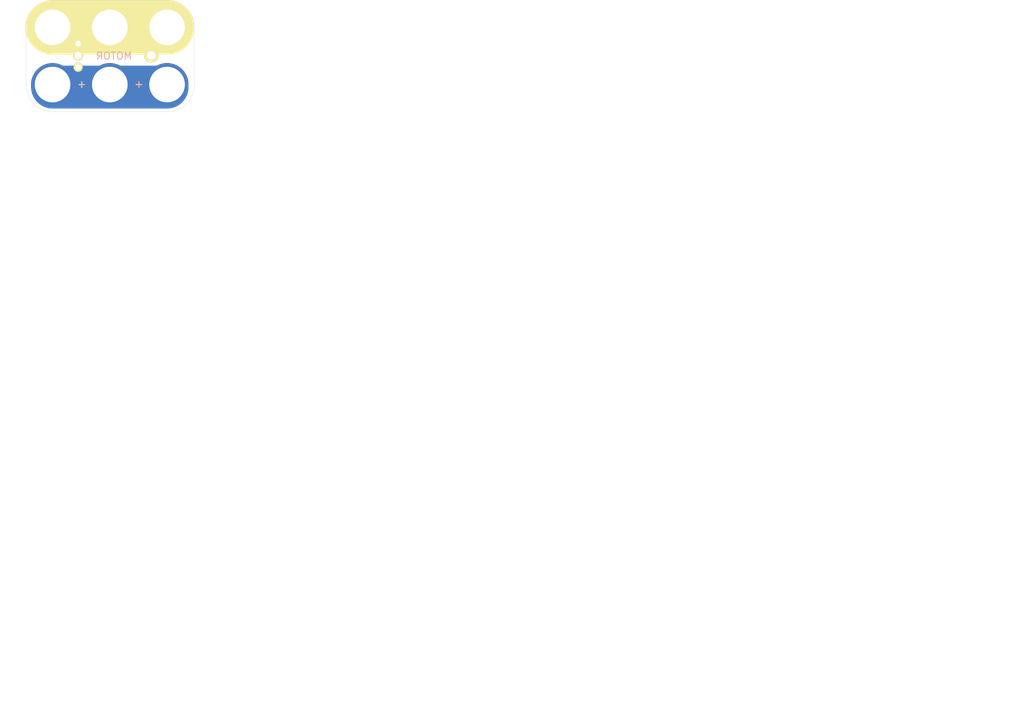
<source format=kicad_pcb>
(kicad_pcb (version 4) (host pcbnew 4.0.7-e2-6376~58~ubuntu16.04.1)

  (general
    (links 6)
    (no_connects 6)
    (area 2.5654 33.771363 145.410159 134.1882)
    (thickness 1.6)
    (drawings 1)
    (tracks 0)
    (zones 0)
    (modules 1)
    (nets 3)
  )

  (page USLetter)
  (title_block
    (title "2x3 Vibe Motor Module")
    (date "18 Jan 2017")
    (rev v1.2)
    (company "All rights reserved.")
    (comment 1 help@browndoggadgets.com)
    (comment 2 http://browndoggadgets.com/)
    (comment 3 "Brown Dog Gadgets")
  )

  (layers
    (0 F.Cu signal)
    (31 B.Cu signal)
    (34 B.Paste user)
    (35 F.Paste user)
    (36 B.SilkS user)
    (37 F.SilkS user)
    (38 B.Mask user)
    (39 F.Mask user)
    (40 Dwgs.User user)
    (44 Edge.Cuts user)
    (46 B.CrtYd user)
    (47 F.CrtYd user)
    (48 B.Fab user)
    (49 F.Fab user)
  )

  (setup
    (last_trace_width 0.254)
    (user_trace_width 0.1524)
    (user_trace_width 0.254)
    (user_trace_width 0.3302)
    (user_trace_width 0.508)
    (user_trace_width 0.762)
    (user_trace_width 1.27)
    (trace_clearance 0.254)
    (zone_clearance 0.508)
    (zone_45_only no)
    (trace_min 0.1524)
    (segment_width 0.1524)
    (edge_width 0.1524)
    (via_size 0.6858)
    (via_drill 0.3302)
    (via_min_size 0.6858)
    (via_min_drill 0.3302)
    (user_via 0.6858 0.3302)
    (user_via 0.762 0.4064)
    (user_via 0.8636 0.508)
    (uvia_size 0.6858)
    (uvia_drill 0.3302)
    (uvias_allowed no)
    (uvia_min_size 0)
    (uvia_min_drill 0)
    (pcb_text_width 0.1524)
    (pcb_text_size 1.016 1.016)
    (mod_edge_width 0.1524)
    (mod_text_size 1.016 1.016)
    (mod_text_width 0.1524)
    (pad_size 1.524 1.524)
    (pad_drill 0.762)
    (pad_to_mask_clearance 0.0762)
    (solder_mask_min_width 0.1016)
    (pad_to_paste_clearance -0.0762)
    (aux_axis_origin 0 0)
    (visible_elements FFFEDF7D)
    (pcbplotparams
      (layerselection 0x310fc_80000001)
      (usegerberextensions true)
      (excludeedgelayer true)
      (linewidth 0.100000)
      (plotframeref false)
      (viasonmask false)
      (mode 1)
      (useauxorigin false)
      (hpglpennumber 1)
      (hpglpenspeed 20)
      (hpglpendiameter 15)
      (hpglpenoverlay 2)
      (psnegative false)
      (psa4output false)
      (plotreference true)
      (plotvalue true)
      (plotinvisibletext false)
      (padsonsilk false)
      (subtractmaskfromsilk false)
      (outputformat 1)
      (mirror false)
      (drillshape 0)
      (scaleselection 1)
      (outputdirectory gerbers))
  )

  (net 0 "")
  (net 1 "Net-(M1-Pad1)")
  (net 2 "Net-(M1-Pad2)")

  (net_class Default "This is the default net class."
    (clearance 0.254)
    (trace_width 0.254)
    (via_dia 0.6858)
    (via_drill 0.3302)
    (uvia_dia 0.6858)
    (uvia_drill 0.3302)
    (add_net "Net-(M1-Pad1)")
    (add_net "Net-(M1-Pad2)")
  )

  (module Crazy_Circuits:VIBE-MOTOR-2x3 (layer F.Cu) (tedit 59D954F4) (tstamp 588070D7)
    (at 9.908 45.847)
    (path /58657A10)
    (fp_text reference M1 (at 8.575 -4.575 180) (layer F.SilkS) hide
      (effects (font (size 1 1) (thickness 0.15)))
    )
    (fp_text value MOTOR (at 8.575 -4) (layer B.SilkS)
      (effects (font (size 1 1) (thickness 0.15)) (justify mirror))
    )
    (fp_line (start 15 -5) (end 15 -7.5) (layer F.Fab) (width 0.1))
    (fp_line (start 17.5 -5) (end 15 -5) (layer F.Fab) (width 0.1))
    (fp_line (start 17.5 -2.5) (end 17.5 -5) (layer F.Fab) (width 0.1))
    (fp_line (start 15 -2.5) (end 17.5 -2.5) (layer F.Fab) (width 0.1))
    (fp_line (start 15 0) (end 15 -2.5) (layer F.Fab) (width 0.1))
    (fp_line (start 2.5 0) (end 15 0) (layer F.Fab) (width 0.1))
    (fp_line (start 2.5 -7.5) (end 2.5 0) (layer F.Fab) (width 0.1))
    (fp_line (start 15 -7.5) (end 2.5 -7.5) (layer F.Fab) (width 0.1))
    (fp_line (start 0 0.3556) (end 16 0.3556) (layer B.Cu) (width 6))
    (fp_line (start 0.0508 -8.508) (end 16.0508 -8.508) (layer B.Cu) (width 6))
    (fp_line (start 0 -8) (end 16 -8) (layer F.SilkS) (width 7.6))
    (fp_text user + (at 4 0 90) (layer B.SilkS)
      (effects (font (size 1 1) (thickness 0.15)) (justify mirror))
    )
    (fp_text user + (at 12 0 90) (layer F.SilkS)
      (effects (font (size 1 1) (thickness 0.15)))
    )
    (fp_text user + (at 4 0 90) (layer F.SilkS)
      (effects (font (size 1 1) (thickness 0.15)))
    )
    (fp_text user + (at 12 0 90) (layer B.SilkS)
      (effects (font (size 1 1) (thickness 0.15)) (justify mirror))
    )
    (fp_arc (start 0.106632 -8.00018) (end -3.693368 -7.90018) (angle 89.9) (layer Edge.Cuts) (width 0.04064))
    (fp_arc (start 0.111824 0) (end 0.411824 3.8) (angle 94.51398846) (layer Edge.Cuts) (width 0.04064))
    (fp_arc (start 16 0) (end 19.8 -0.1) (angle 91.50743576) (layer Edge.Cuts) (width 0.04064))
    (fp_arc (start 16 -8) (end 15.9 -11.8) (angle 91.50743576) (layer Edge.Cuts) (width 0.04064))
    (fp_line (start 19.8 -8) (end 19.8 0) (layer Edge.Cuts) (width 0.04064))
    (fp_line (start 16 -11.8) (end 0 -11.8) (layer Edge.Cuts) (width 0.04064))
    (fp_line (start 16 3.8) (end 0.3 3.8) (layer Edge.Cuts) (width 0.04064))
    (fp_line (start -3.7 -8) (end -3.7 0) (layer Edge.Cuts) (width 0.04064))
    (fp_arc (start 0.106632 -8.00018) (end -3.693368 -7.90018) (angle 89.9) (layer F.Fab) (width 0.04064))
    (fp_arc (start 0.111824 0) (end 0.411824 3.8) (angle 94.51398846) (layer F.Fab) (width 0.04064))
    (fp_arc (start 16 0) (end 19.8 -0.1) (angle 91.50743576) (layer F.Fab) (width 0.04064))
    (fp_arc (start 16 -8) (end 15.9 -11.8) (angle 91.50743576) (layer F.Fab) (width 0.04064))
    (fp_line (start 19.8 -8) (end 19.8 0) (layer F.Fab) (width 0.04064))
    (fp_line (start 16 -11.8) (end 0 -11.8) (layer F.Fab) (width 0.04064))
    (fp_line (start 16 3.8) (end 0.3 3.8) (layer F.Fab) (width 0.04064))
    (fp_line (start -3.7 -8) (end -3.7 0) (layer F.Fab) (width 0.04064))
    (fp_text user %R (at 8.3312 -4) (layer F.Fab)
      (effects (font (size 1 1) (thickness 0.15)))
    )
    (pad 1 thru_hole circle (at 3.575 -2.425 90) (size 1.3 1.3) (drill 0.8) (layers *.Cu *.Mask F.SilkS)
      (net 1 "Net-(M1-Pad1)"))
    (pad 3 thru_hole circle (at 3.575 -4.075 90) (size 1.4 1.4) (drill 1) (layers *.Cu *.Mask F.SilkS))
    (pad 2 thru_hole circle (at 3.575 -5.725 90) (size 1.3 1.3) (drill 0.8) (layers *.Cu *.Mask F.SilkS)
      (net 2 "Net-(M1-Pad2)"))
    (pad 3 thru_hole circle (at 13.775 -4.075 90) (size 2 2) (drill 1.2) (layers *.Cu *.Mask F.SilkS))
    (pad 1 thru_hole circle (at 16 0) (size 6 6) (drill 4.98) (layers *.Cu *.Mask)
      (net 1 "Net-(M1-Pad1)"))
    (pad 1 thru_hole circle (at 0 0) (size 6 6) (drill 4.98) (layers *.Cu *.Mask)
      (net 1 "Net-(M1-Pad1)"))
    (pad 2 thru_hole circle (at 0 -8) (size 6 6) (drill 4.98) (layers *.Cu *.Mask)
      (net 2 "Net-(M1-Pad2)"))
    (pad 2 thru_hole circle (at 8 -8) (size 6 6) (drill 4.98) (layers *.Cu *.Mask)
      (net 2 "Net-(M1-Pad2)"))
    (pad 2 thru_hole circle (at 16 -8) (size 6 6) (drill 4.98) (layers *.Cu *.Mask)
      (net 2 "Net-(M1-Pad2)"))
    (pad 1 thru_hole circle (at 8 0) (size 6 6) (drill 4.98) (layers *.Cu *.Mask)
      (net 1 "Net-(M1-Pad1)"))
  )

  (gr_text "FABRICATION NOTES\n\n1. THIS IS A 2 LAYER BOARD. \n2. EXTERNAL LAYERS SHALL HAVE 1 OZ COPPER.\n3. MATERIAL: FR4 AND 0.062 INCH +/- 10% THICK.\n4. BOARDS SHALL BE ROHS COMPLIANT. \n5. MANUFACTURE IN ACCORDANCE WITH IPC-6012 CLASS 2\n6. MASK: BOTH SIDES OF THE BOARD SHALL HAVE \n   SOLDER MASK (BLACK) OVER BARE COPPER. \n7. SILK: BOTH SIDES OF THE BOARD SHALL HAVE WHITE SILK. \n   DO NOT PLACE SILK OVER BARE COPPER.\n8. FINISH: ENIG.\n9. MINIMUM TRACE WIDTH - 0.006 INCH.\n   MINIMUM SPACE - 0.006 INCH.\n   MINIMUM HOLE DIA - 0.013 INCH. \n10. MAX HOLE PLACEMENT TOLERANCE OF +/- 0.003 INCH.\n11. MAX HOLE DIAMETER TOLERANCE OF +/- 0.003 INCH AFTER PLATING." (at 2.5654 99.5172) (layer Dwgs.User)
    (effects (font (size 2.54 2.54) (thickness 0.254)) (justify left))
  )

)

</source>
